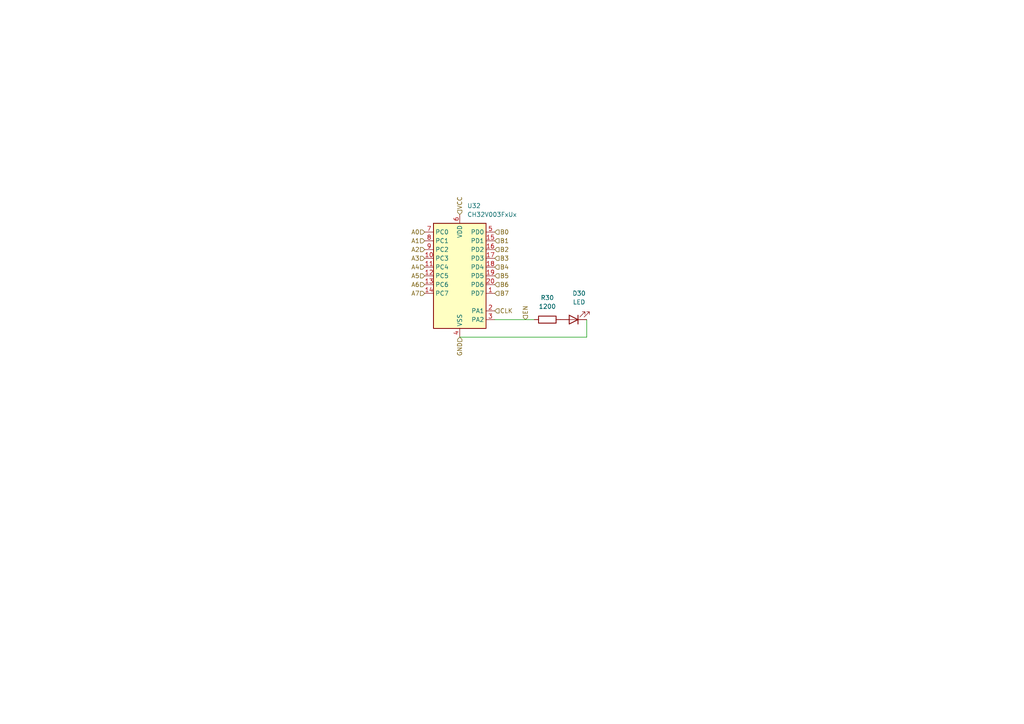
<source format=kicad_sch>
(kicad_sch
	(version 20250114)
	(generator "eeschema")
	(generator_version "9.0")
	(uuid "44c3ebf8-9d07-45f2-a85d-02ec180ec470")
	(paper "A4")
	(lib_symbols
		(symbol "Device:LED"
			(pin_numbers
				(hide yes)
			)
			(pin_names
				(offset 1.016)
				(hide yes)
			)
			(exclude_from_sim no)
			(in_bom yes)
			(on_board yes)
			(property "Reference" "D"
				(at 0 2.54 0)
				(effects
					(font
						(size 1.27 1.27)
					)
				)
			)
			(property "Value" "LED"
				(at 0 -2.54 0)
				(effects
					(font
						(size 1.27 1.27)
					)
				)
			)
			(property "Footprint" ""
				(at 0 0 0)
				(effects
					(font
						(size 1.27 1.27)
					)
					(hide yes)
				)
			)
			(property "Datasheet" "~"
				(at 0 0 0)
				(effects
					(font
						(size 1.27 1.27)
					)
					(hide yes)
				)
			)
			(property "Description" "Light emitting diode"
				(at 0 0 0)
				(effects
					(font
						(size 1.27 1.27)
					)
					(hide yes)
				)
			)
			(property "Sim.Pins" "1=K 2=A"
				(at 0 0 0)
				(effects
					(font
						(size 1.27 1.27)
					)
					(hide yes)
				)
			)
			(property "ki_keywords" "LED diode"
				(at 0 0 0)
				(effects
					(font
						(size 1.27 1.27)
					)
					(hide yes)
				)
			)
			(property "ki_fp_filters" "LED* LED_SMD:* LED_THT:*"
				(at 0 0 0)
				(effects
					(font
						(size 1.27 1.27)
					)
					(hide yes)
				)
			)
			(symbol "LED_0_1"
				(polyline
					(pts
						(xy -3.048 -0.762) (xy -4.572 -2.286) (xy -3.81 -2.286) (xy -4.572 -2.286) (xy -4.572 -1.524)
					)
					(stroke
						(width 0)
						(type default)
					)
					(fill
						(type none)
					)
				)
				(polyline
					(pts
						(xy -1.778 -0.762) (xy -3.302 -2.286) (xy -2.54 -2.286) (xy -3.302 -2.286) (xy -3.302 -1.524)
					)
					(stroke
						(width 0)
						(type default)
					)
					(fill
						(type none)
					)
				)
				(polyline
					(pts
						(xy -1.27 0) (xy 1.27 0)
					)
					(stroke
						(width 0)
						(type default)
					)
					(fill
						(type none)
					)
				)
				(polyline
					(pts
						(xy -1.27 -1.27) (xy -1.27 1.27)
					)
					(stroke
						(width 0.254)
						(type default)
					)
					(fill
						(type none)
					)
				)
				(polyline
					(pts
						(xy 1.27 -1.27) (xy 1.27 1.27) (xy -1.27 0) (xy 1.27 -1.27)
					)
					(stroke
						(width 0.254)
						(type default)
					)
					(fill
						(type none)
					)
				)
			)
			(symbol "LED_1_1"
				(pin passive line
					(at -3.81 0 0)
					(length 2.54)
					(name "K"
						(effects
							(font
								(size 1.27 1.27)
							)
						)
					)
					(number "1"
						(effects
							(font
								(size 1.27 1.27)
							)
						)
					)
				)
				(pin passive line
					(at 3.81 0 180)
					(length 2.54)
					(name "A"
						(effects
							(font
								(size 1.27 1.27)
							)
						)
					)
					(number "2"
						(effects
							(font
								(size 1.27 1.27)
							)
						)
					)
				)
			)
			(embedded_fonts no)
		)
		(symbol "Device:R"
			(pin_numbers
				(hide yes)
			)
			(pin_names
				(offset 0)
			)
			(exclude_from_sim no)
			(in_bom yes)
			(on_board yes)
			(property "Reference" "R"
				(at 2.032 0 90)
				(effects
					(font
						(size 1.27 1.27)
					)
				)
			)
			(property "Value" "R"
				(at 0 0 90)
				(effects
					(font
						(size 1.27 1.27)
					)
				)
			)
			(property "Footprint" ""
				(at -1.778 0 90)
				(effects
					(font
						(size 1.27 1.27)
					)
					(hide yes)
				)
			)
			(property "Datasheet" "~"
				(at 0 0 0)
				(effects
					(font
						(size 1.27 1.27)
					)
					(hide yes)
				)
			)
			(property "Description" "Resistor"
				(at 0 0 0)
				(effects
					(font
						(size 1.27 1.27)
					)
					(hide yes)
				)
			)
			(property "ki_keywords" "R res resistor"
				(at 0 0 0)
				(effects
					(font
						(size 1.27 1.27)
					)
					(hide yes)
				)
			)
			(property "ki_fp_filters" "R_*"
				(at 0 0 0)
				(effects
					(font
						(size 1.27 1.27)
					)
					(hide yes)
				)
			)
			(symbol "R_0_1"
				(rectangle
					(start -1.016 -2.54)
					(end 1.016 2.54)
					(stroke
						(width 0.254)
						(type default)
					)
					(fill
						(type none)
					)
				)
			)
			(symbol "R_1_1"
				(pin passive line
					(at 0 3.81 270)
					(length 1.27)
					(name "~"
						(effects
							(font
								(size 1.27 1.27)
							)
						)
					)
					(number "1"
						(effects
							(font
								(size 1.27 1.27)
							)
						)
					)
				)
				(pin passive line
					(at 0 -3.81 90)
					(length 1.27)
					(name "~"
						(effects
							(font
								(size 1.27 1.27)
							)
						)
					)
					(number "2"
						(effects
							(font
								(size 1.27 1.27)
							)
						)
					)
				)
			)
			(embedded_fonts no)
		)
		(symbol "MCU_WCH_CH32V0:CH32V003FxUx"
			(exclude_from_sim no)
			(in_bom yes)
			(on_board yes)
			(property "Reference" "U"
				(at -7.62 17.78 0)
				(effects
					(font
						(size 1.27 1.27)
					)
				)
			)
			(property "Value" "CH32V003FxUx"
				(at 7.62 17.78 0)
				(effects
					(font
						(size 1.27 1.27)
					)
				)
			)
			(property "Footprint" "Package_DFN_QFN:QFN-20-1EP_3x3mm_P0.4mm_EP1.65x1.65mm"
				(at -1.27 0 0)
				(effects
					(font
						(size 1.27 1.27)
					)
					(hide yes)
				)
			)
			(property "Datasheet" "https://www.wch-ic.com/products/CH32V003.html"
				(at -1.27 0 0)
				(effects
					(font
						(size 1.27 1.27)
					)
					(hide yes)
				)
			)
			(property "Description" "CH32V003 series are industrial-grade general-purpose microcontrollers designed based on 32-bit RISC-V instruction set and architecture. It adopts QingKe V2A core, RV32EC instruction set, and supports 2 levels of interrupt nesting. The series are mounted with rich peripheral interfaces and function modules. Its internal organizational structure meets the low-cost and low-power embedded application scenarios."
				(at 0 0 0)
				(effects
					(font
						(size 1.27 1.27)
					)
					(hide yes)
				)
			)
			(property "ki_keywords" "microcontroller wch RISC-V"
				(at 0 0 0)
				(effects
					(font
						(size 1.27 1.27)
					)
					(hide yes)
				)
			)
			(property "ki_fp_filters" "QFN*1EP*3x3mm*P0.4mm*EP1.65x1.65mm*"
				(at 0 0 0)
				(effects
					(font
						(size 1.27 1.27)
					)
					(hide yes)
				)
			)
			(symbol "CH32V003FxUx_1_1"
				(rectangle
					(start -7.62 15.24)
					(end 7.62 -15.24)
					(stroke
						(width 0.254)
						(type default)
					)
					(fill
						(type background)
					)
				)
				(pin bidirectional line
					(at -10.16 12.7 0)
					(length 2.54)
					(name "PC0"
						(effects
							(font
								(size 1.27 1.27)
							)
						)
					)
					(number "7"
						(effects
							(font
								(size 1.27 1.27)
							)
						)
					)
					(alternate "NSS_1" bidirectional line)
					(alternate "T1CH3_1" bidirectional line)
					(alternate "T2CH3" bidirectional line)
					(alternate "T2CH3_2" bidirectional line)
					(alternate "UTX_3" bidirectional line)
				)
				(pin bidirectional line
					(at -10.16 10.16 0)
					(length 2.54)
					(name "PC1"
						(effects
							(font
								(size 1.27 1.27)
							)
						)
					)
					(number "8"
						(effects
							(font
								(size 1.27 1.27)
							)
						)
					)
					(alternate "NSS" bidirectional line)
					(alternate "SDA" bidirectional line)
					(alternate "T1BKIN_1" bidirectional line)
					(alternate "T1BKIN_3" bidirectional line)
					(alternate "T2CH1ETR_2" bidirectional line)
					(alternate "T2CH1ETR_3" bidirectional line)
					(alternate "T2CH4_1" bidirectional line)
					(alternate "URX_3" bidirectional line)
				)
				(pin bidirectional line
					(at -10.16 7.62 0)
					(length 2.54)
					(name "PC2"
						(effects
							(font
								(size 1.27 1.27)
							)
						)
					)
					(number "9"
						(effects
							(font
								(size 1.27 1.27)
							)
						)
					)
					(alternate "AETR_1" bidirectional line)
					(alternate "SCL" bidirectional line)
					(alternate "T1BKIN" bidirectional line)
					(alternate "T1BKIN_2" bidirectional line)
					(alternate "T1ETR_3" bidirectional line)
					(alternate "T2CH2_1" bidirectional line)
					(alternate "URTS" bidirectional line)
					(alternate "URTS_1" bidirectional line)
				)
				(pin bidirectional line
					(at -10.16 5.08 0)
					(length 2.54)
					(name "PC3"
						(effects
							(font
								(size 1.27 1.27)
							)
						)
					)
					(number "10"
						(effects
							(font
								(size 1.27 1.27)
							)
						)
					)
					(alternate "T1CH1N_1" bidirectional line)
					(alternate "T1CH1N_3" bidirectional line)
					(alternate "T1CH3" bidirectional line)
					(alternate "T1CH3_2" bidirectional line)
					(alternate "UCTS_1" bidirectional line)
				)
				(pin bidirectional line
					(at -10.16 2.54 0)
					(length 2.54)
					(name "PC4"
						(effects
							(font
								(size 1.27 1.27)
							)
						)
					)
					(number "11"
						(effects
							(font
								(size 1.27 1.27)
							)
						)
					)
					(alternate "A2" bidirectional line)
					(alternate "MCO" bidirectional line)
					(alternate "T1CH1_3" bidirectional line)
					(alternate "T1CH2N_1" bidirectional line)
					(alternate "T1CH4" bidirectional line)
					(alternate "T1CH4_2" bidirectional line)
				)
				(pin bidirectional line
					(at -10.16 0 0)
					(length 2.54)
					(name "PC5"
						(effects
							(font
								(size 1.27 1.27)
							)
						)
					)
					(number "12"
						(effects
							(font
								(size 1.27 1.27)
							)
						)
					)
					(alternate "SCK" bidirectional line)
					(alternate "SCK_1" bidirectional line)
					(alternate "SCL_2" bidirectional line)
					(alternate "SCL_3" bidirectional line)
					(alternate "T1CH3_3" bidirectional line)
					(alternate "T1ETR" bidirectional line)
					(alternate "T1ETR_1" bidirectional line)
					(alternate "T2CH1ETR_1" bidirectional line)
					(alternate "UCK_3" bidirectional line)
				)
				(pin bidirectional line
					(at -10.16 -2.54 0)
					(length 2.54)
					(name "PC6"
						(effects
							(font
								(size 1.27 1.27)
							)
						)
					)
					(number "13"
						(effects
							(font
								(size 1.27 1.27)
							)
						)
					)
					(alternate "MOSI" bidirectional line)
					(alternate "MOSI_1" bidirectional line)
					(alternate "SDA_2" bidirectional line)
					(alternate "SDA_3" bidirectional line)
					(alternate "T1CH1_1" bidirectional line)
					(alternate "T1CH3N_3" bidirectional line)
					(alternate "UCTS_2" bidirectional line)
					(alternate "UCTS_3" bidirectional line)
				)
				(pin bidirectional line
					(at -10.16 -5.08 0)
					(length 2.54)
					(name "PC7"
						(effects
							(font
								(size 1.27 1.27)
							)
						)
					)
					(number "14"
						(effects
							(font
								(size 1.27 1.27)
							)
						)
					)
					(alternate "MISO" bidirectional line)
					(alternate "MISO_1" bidirectional line)
					(alternate "T1CH2_1" bidirectional line)
					(alternate "T1CH2_3" bidirectional line)
					(alternate "T2CH2_3" bidirectional line)
					(alternate "URTS_2" bidirectional line)
					(alternate "URTS_3" bidirectional line)
				)
				(pin power_in line
					(at 0 17.78 270)
					(length 2.54)
					(name "VDD"
						(effects
							(font
								(size 1.27 1.27)
							)
						)
					)
					(number "6"
						(effects
							(font
								(size 1.27 1.27)
							)
						)
					)
				)
				(pin passive line
					(at 0 -17.78 90)
					(length 2.54)
					(hide yes)
					(name "VSS"
						(effects
							(font
								(size 1.27 1.27)
							)
						)
					)
					(number "21"
						(effects
							(font
								(size 1.27 1.27)
							)
						)
					)
				)
				(pin power_in line
					(at 0 -17.78 90)
					(length 2.54)
					(name "VSS"
						(effects
							(font
								(size 1.27 1.27)
							)
						)
					)
					(number "4"
						(effects
							(font
								(size 1.27 1.27)
							)
						)
					)
				)
				(pin bidirectional line
					(at 10.16 12.7 180)
					(length 2.54)
					(name "PD0"
						(effects
							(font
								(size 1.27 1.27)
							)
						)
					)
					(number "5"
						(effects
							(font
								(size 1.27 1.27)
							)
						)
					)
					(alternate "OPN1" bidirectional line)
					(alternate "SDA_1" bidirectional line)
					(alternate "TICH1N" bidirectional line)
					(alternate "TICH1N_2" bidirectional line)
					(alternate "UTX_1" bidirectional line)
				)
				(pin bidirectional line
					(at 10.16 10.16 180)
					(length 2.54)
					(name "PD1"
						(effects
							(font
								(size 1.27 1.27)
							)
						)
					)
					(number "15"
						(effects
							(font
								(size 1.27 1.27)
							)
						)
					)
					(alternate "AETR2" bidirectional line)
					(alternate "SCL_1" bidirectional line)
					(alternate "SWIO" bidirectional line)
					(alternate "T1CH3N" bidirectional line)
					(alternate "T1CH3N_1" bidirectional line)
					(alternate "T1CH3N_2" bidirectional line)
					(alternate "URX_1" bidirectional line)
				)
				(pin bidirectional line
					(at 10.16 7.62 180)
					(length 2.54)
					(name "PD2"
						(effects
							(font
								(size 1.27 1.27)
							)
						)
					)
					(number "16"
						(effects
							(font
								(size 1.27 1.27)
							)
						)
					)
					(alternate "A3" bidirectional line)
					(alternate "T1CH1" bidirectional line)
					(alternate "T1CH1_2" bidirectional line)
					(alternate "T1CH2N_3" bidirectional line)
					(alternate "T2CH3_1" bidirectional line)
				)
				(pin bidirectional line
					(at 10.16 5.08 180)
					(length 2.54)
					(name "PD3"
						(effects
							(font
								(size 1.27 1.27)
							)
						)
					)
					(number "17"
						(effects
							(font
								(size 1.27 1.27)
							)
						)
					)
					(alternate "A4" bidirectional line)
					(alternate "AETR" bidirectional line)
					(alternate "T1CH4_1" bidirectional line)
					(alternate "T2CH2" bidirectional line)
					(alternate "T2CH2_2" bidirectional line)
					(alternate "UCTS" bidirectional line)
				)
				(pin bidirectional line
					(at 10.16 2.54 180)
					(length 2.54)
					(name "PD4"
						(effects
							(font
								(size 1.27 1.27)
							)
						)
					)
					(number "18"
						(effects
							(font
								(size 1.27 1.27)
							)
						)
					)
					(alternate "A7" bidirectional line)
					(alternate "OPO" bidirectional line)
					(alternate "T1CH4_3" bidirectional line)
					(alternate "T2CH1ETR" bidirectional line)
					(alternate "TIETR_2" bidirectional line)
					(alternate "UCK" bidirectional line)
				)
				(pin bidirectional line
					(at 10.16 0 180)
					(length 2.54)
					(name "PD5"
						(effects
							(font
								(size 1.27 1.27)
							)
						)
					)
					(number "19"
						(effects
							(font
								(size 1.27 1.27)
							)
						)
					)
					(alternate "A5" bidirectional line)
					(alternate "T2CH4_3" bidirectional line)
					(alternate "URX_2" bidirectional line)
					(alternate "UTX" bidirectional line)
				)
				(pin bidirectional line
					(at 10.16 -2.54 180)
					(length 2.54)
					(name "PD6"
						(effects
							(font
								(size 1.27 1.27)
							)
						)
					)
					(number "20"
						(effects
							(font
								(size 1.27 1.27)
							)
						)
					)
					(alternate "A6" bidirectional line)
					(alternate "T2CH3_3" bidirectional line)
					(alternate "URX" bidirectional line)
					(alternate "UTX_2" bidirectional line)
				)
				(pin bidirectional line
					(at 10.16 -5.08 180)
					(length 2.54)
					(name "PD7"
						(effects
							(font
								(size 1.27 1.27)
							)
						)
					)
					(number "1"
						(effects
							(font
								(size 1.27 1.27)
							)
						)
					)
					(alternate "NRST" bidirectional line)
					(alternate "OPP1" bidirectional line)
					(alternate "T2CH4" bidirectional line)
					(alternate "T2CH4_2" bidirectional line)
					(alternate "UCK_1" bidirectional line)
					(alternate "UCK_2" bidirectional line)
				)
				(pin bidirectional line
					(at 10.16 -10.16 180)
					(length 2.54)
					(name "PA1"
						(effects
							(font
								(size 1.27 1.27)
							)
						)
					)
					(number "2"
						(effects
							(font
								(size 1.27 1.27)
							)
						)
					)
					(alternate "A1" bidirectional line)
					(alternate "OPN0" bidirectional line)
					(alternate "OSCI" bidirectional line)
					(alternate "T1CH2" bidirectional line)
					(alternate "T1CH2_2" bidirectional line)
				)
				(pin bidirectional line
					(at 10.16 -12.7 180)
					(length 2.54)
					(name "PA2"
						(effects
							(font
								(size 1.27 1.27)
							)
						)
					)
					(number "3"
						(effects
							(font
								(size 1.27 1.27)
							)
						)
					)
					(alternate "A0" bidirectional line)
					(alternate "AETR2_1" bidirectional line)
					(alternate "OPP0" bidirectional line)
					(alternate "OSCO" bidirectional line)
					(alternate "TICH2N" bidirectional line)
					(alternate "TICH2N_2" bidirectional line)
				)
			)
			(embedded_fonts no)
		)
	)
	(wire
		(pts
			(xy 170.18 92.71) (xy 170.18 97.79)
		)
		(stroke
			(width 0)
			(type default)
		)
		(uuid "b471ebaf-669b-4737-b8f2-e7c360953929")
	)
	(wire
		(pts
			(xy 143.51 92.71) (xy 154.94 92.71)
		)
		(stroke
			(width 0)
			(type default)
		)
		(uuid "ce27333b-ed6b-4b38-9810-3af1b963e5e3")
	)
	(wire
		(pts
			(xy 170.18 97.79) (xy 133.35 97.79)
		)
		(stroke
			(width 0)
			(type default)
		)
		(uuid "dfde3402-f521-4dac-9ba1-d18f7fa566b5")
	)
	(hierarchical_label "B6"
		(shape input)
		(at 143.51 82.55 0)
		(effects
			(font
				(size 1.27 1.27)
			)
			(justify left)
		)
		(uuid "01914ecc-e766-4f80-94a7-0d8c95ab4af3")
	)
	(hierarchical_label "EN"
		(shape input)
		(at 152.4 92.71 90)
		(effects
			(font
				(size 1.27 1.27)
			)
			(justify left)
		)
		(uuid "1464c562-17a1-4ce3-bd96-fd6c096f9271")
	)
	(hierarchical_label "B4"
		(shape input)
		(at 143.51 77.47 0)
		(effects
			(font
				(size 1.27 1.27)
			)
			(justify left)
		)
		(uuid "14e9f072-215b-4e3b-9a36-2226e28f0f25")
	)
	(hierarchical_label "VCC"
		(shape input)
		(at 133.35 62.23 90)
		(effects
			(font
				(size 1.27 1.27)
			)
			(justify left)
		)
		(uuid "18d48d7d-a61f-4fe5-9be9-e81231930f1c")
	)
	(hierarchical_label "A2"
		(shape input)
		(at 123.19 72.39 180)
		(effects
			(font
				(size 1.27 1.27)
			)
			(justify right)
		)
		(uuid "1fa5e400-5036-4b96-b19e-b9c7ebb42f4c")
	)
	(hierarchical_label "B7"
		(shape input)
		(at 143.51 85.09 0)
		(effects
			(font
				(size 1.27 1.27)
			)
			(justify left)
		)
		(uuid "221e73f0-59b2-45fd-a03e-76c82faab6be")
	)
	(hierarchical_label "A0"
		(shape input)
		(at 123.19 67.31 180)
		(effects
			(font
				(size 1.27 1.27)
			)
			(justify right)
		)
		(uuid "30ed4b78-20ac-45a8-bf16-73a1cdb61d2a")
	)
	(hierarchical_label "A7"
		(shape input)
		(at 123.19 85.09 180)
		(effects
			(font
				(size 1.27 1.27)
			)
			(justify right)
		)
		(uuid "4d118416-1d0f-46ac-bef0-e64f85886a07")
	)
	(hierarchical_label "B3"
		(shape input)
		(at 143.51 74.93 0)
		(effects
			(font
				(size 1.27 1.27)
			)
			(justify left)
		)
		(uuid "5c7d9db6-7b3e-4943-a3a2-e2da32223b3d")
	)
	(hierarchical_label "B2"
		(shape input)
		(at 143.51 72.39 0)
		(effects
			(font
				(size 1.27 1.27)
			)
			(justify left)
		)
		(uuid "62bec5bf-3355-4125-96cb-807fbe281403")
	)
	(hierarchical_label "B5"
		(shape input)
		(at 143.51 80.01 0)
		(effects
			(font
				(size 1.27 1.27)
			)
			(justify left)
		)
		(uuid "71e093ef-34af-439b-b617-8344cbd265a0")
	)
	(hierarchical_label "B1"
		(shape input)
		(at 143.51 69.85 0)
		(effects
			(font
				(size 1.27 1.27)
			)
			(justify left)
		)
		(uuid "9828202c-1bcb-4c9b-8c6d-cf653b5c4132")
	)
	(hierarchical_label "GND"
		(shape input)
		(at 133.35 97.79 270)
		(effects
			(font
				(size 1.27 1.27)
			)
			(justify right)
		)
		(uuid "a01963b2-069b-4181-8b73-8887e03fa324")
	)
	(hierarchical_label "B0"
		(shape input)
		(at 143.51 67.31 0)
		(effects
			(font
				(size 1.27 1.27)
			)
			(justify left)
		)
		(uuid "a25e9576-55c2-4ea9-8a99-be11da3cb4af")
	)
	(hierarchical_label "CLK"
		(shape input)
		(at 143.51 90.17 0)
		(effects
			(font
				(size 1.27 1.27)
			)
			(justify left)
		)
		(uuid "bf1fda98-a42b-4616-8f60-114a94b247f1")
	)
	(hierarchical_label "A6"
		(shape input)
		(at 123.19 82.55 180)
		(effects
			(font
				(size 1.27 1.27)
			)
			(justify right)
		)
		(uuid "c9751d15-ffe1-475b-be11-3826b4a2e8a5")
	)
	(hierarchical_label "A5"
		(shape input)
		(at 123.19 80.01 180)
		(effects
			(font
				(size 1.27 1.27)
			)
			(justify right)
		)
		(uuid "e91840ed-1f74-4938-b0a8-12d2245ea602")
	)
	(hierarchical_label "A1"
		(shape input)
		(at 123.19 69.85 180)
		(effects
			(font
				(size 1.27 1.27)
			)
			(justify right)
		)
		(uuid "eb917acc-e721-4acb-9705-09566cd98464")
	)
	(hierarchical_label "A4"
		(shape input)
		(at 123.19 77.47 180)
		(effects
			(font
				(size 1.27 1.27)
			)
			(justify right)
		)
		(uuid "f052b886-82b0-4607-8a1c-ff96dc10328e")
	)
	(hierarchical_label "A3"
		(shape input)
		(at 123.19 74.93 180)
		(effects
			(font
				(size 1.27 1.27)
			)
			(justify right)
		)
		(uuid "f184a26e-fe40-4549-8ab3-8435782c109b")
	)
	(symbol
		(lib_id "Device:LED")
		(at 166.37 92.71 180)
		(unit 1)
		(exclude_from_sim no)
		(in_bom yes)
		(on_board yes)
		(dnp no)
		(fields_autoplaced yes)
		(uuid "55b33a35-c57d-4ca9-8784-1063935187cb")
		(property "Reference" "D"
			(at 167.9575 85.09 0)
			(effects
				(font
					(size 1.27 1.27)
				)
			)
		)
		(property "Value" "LED"
			(at 167.9575 87.63 0)
			(effects
				(font
					(size 1.27 1.27)
				)
			)
		)
		(property "Footprint" ""
			(at 166.37 92.71 0)
			(effects
				(font
					(size 1.27 1.27)
				)
				(hide yes)
			)
		)
		(property "Datasheet" "~"
			(at 166.37 92.71 0)
			(effects
				(font
					(size 1.27 1.27)
				)
				(hide yes)
			)
		)
		(property "Description" "Light emitting diode"
			(at 166.37 92.71 0)
			(effects
				(font
					(size 1.27 1.27)
				)
				(hide yes)
			)
		)
		(property "Sim.Pins" "1=K 2=A"
			(at 166.37 92.71 0)
			(effects
				(font
					(size 1.27 1.27)
				)
				(hide yes)
			)
		)
		(pin "1"
			(uuid "628cf3c3-b693-4c38-ad77-ef6333be6176")
		)
		(pin "2"
			(uuid "2b945c6f-40c7-4f87-bcad-b6759b7b1e42")
		)
		(instances
			(project "clustercard"
				(path "/5bc96090-3698-476b-b605-12718a715360/032262c4-af06-420c-a6fb-ffee2e5dfed0"
					(reference "D30")
					(unit 1)
				)
				(path "/5bc96090-3698-476b-b605-12718a715360/07f0a64e-d125-46cb-822a-067e5bd13a8c"
					(reference "D7")
					(unit 1)
				)
				(path "/5bc96090-3698-476b-b605-12718a715360/0fb82487-57f0-497b-baa0-e28181eb93c3"
					(reference "D21")
					(unit 1)
				)
				(path "/5bc96090-3698-476b-b605-12718a715360/11808543-bbc8-4245-945b-106c301d8b21"
					(reference "D22")
					(unit 1)
				)
				(path "/5bc96090-3698-476b-b605-12718a715360/1c85dec7-fc63-40c8-b360-c0af4ee1c83f"
					(reference "D10")
					(unit 1)
				)
				(path "/5bc96090-3698-476b-b605-12718a715360/2c04d3d9-7b13-49dc-8662-1dfbbc2a5084"
					(reference "D16")
					(unit 1)
				)
				(path "/5bc96090-3698-476b-b605-12718a715360/343111a3-8a85-4e0e-a0b6-7694bb7d6c55"
					(reference "D31")
					(unit 1)
				)
				(path "/5bc96090-3698-476b-b605-12718a715360/34c64c0c-bb9b-4712-8020-a14b988f5b1b"
					(reference "D13")
					(unit 1)
				)
				(path "/5bc96090-3698-476b-b605-12718a715360/402acc45-aff9-403f-83e2-c206969e13b1"
					(reference "D2")
					(unit 1)
				)
				(path "/5bc96090-3698-476b-b605-12718a715360/46dd5d30-d070-4923-865d-079b1e0a9e30"
					(reference "D11")
					(unit 1)
				)
				(path "/5bc96090-3698-476b-b605-12718a715360/4b7467b6-27d4-480f-8f62-b1cd64ad6a4b"
					(reference "D14")
					(unit 1)
				)
				(path "/5bc96090-3698-476b-b605-12718a715360/4c858b92-7d17-40e7-bc59-63d31caa6183"
					(reference "D24")
					(unit 1)
				)
				(path "/5bc96090-3698-476b-b605-12718a715360/5b1578cb-fd74-4087-b6a8-e8ffa2818a2d"
					(reference "D17")
					(unit 1)
				)
				(path "/5bc96090-3698-476b-b605-12718a715360/5bb54b12-e26f-4ecb-9ec1-f9fb23fb9791"
					(reference "D15")
					(unit 1)
				)
				(path "/5bc96090-3698-476b-b605-12718a715360/6f136466-daa9-41bc-b40e-f9e76cc3109f"
					(reference "D32")
					(unit 1)
				)
				(path "/5bc96090-3698-476b-b605-12718a715360/8d0406e3-45ad-4e16-a2ff-47a6a31c3ab9"
					(reference "D8")
					(unit 1)
				)
				(path "/5bc96090-3698-476b-b605-12718a715360/9c2342b2-95b9-4bcb-a6fd-19b2b4d5805c"
					(reference "D12")
					(unit 1)
				)
				(path "/5bc96090-3698-476b-b605-12718a715360/aee3c8ff-e985-4d83-99a7-19a0c28f8976"
					(reference "D27")
					(unit 1)
				)
				(path "/5bc96090-3698-476b-b605-12718a715360/af1e80de-0146-4181-996d-8c377c44ffb6"
					(reference "D6")
					(unit 1)
				)
				(path "/5bc96090-3698-476b-b605-12718a715360/af224df0-2c36-4e25-abcc-5a4ada37fdae"
					(reference "D26")
					(unit 1)
				)
				(path "/5bc96090-3698-476b-b605-12718a715360/b6291b90-6303-4d32-aecd-6cc59b360a21"
					(reference "D20")
					(unit 1)
				)
				(path "/5bc96090-3698-476b-b605-12718a715360/ba8195b1-1d21-468c-81f9-01f5f77a54dd"
					(reference "D19")
					(unit 1)
				)
				(path "/5bc96090-3698-476b-b605-12718a715360/bde9860c-c241-47cd-a3d8-2c5b9f7a7f5d"
					(reference "D29")
					(unit 1)
				)
				(path "/5bc96090-3698-476b-b605-12718a715360/c5e516c6-f266-49fe-875b-428ec7e7904d"
					(reference "D4")
					(unit 1)
				)
				(path "/5bc96090-3698-476b-b605-12718a715360/cdb7fe99-fd2e-4791-a7f1-e3827e781fb5"
					(reference "D23")
					(unit 1)
				)
				(path "/5bc96090-3698-476b-b605-12718a715360/d2ad61d0-1320-4da4-bde0-4356c7c1990c"
					(reference "D25")
					(unit 1)
				)
				(path "/5bc96090-3698-476b-b605-12718a715360/dc1319f4-9e62-4d95-aba4-21894e5e576c"
					(reference "D9")
					(unit 1)
				)
				(path "/5bc96090-3698-476b-b605-12718a715360/efa1c934-d44f-4aaf-84fa-76561164f03c"
					(reference "D3")
					(unit 1)
				)
				(path "/5bc96090-3698-476b-b605-12718a715360/f2f0a911-5a3d-40a4-93ff-9d75ead28972"
					(reference "D5")
					(unit 1)
				)
				(path "/5bc96090-3698-476b-b605-12718a715360/fca6b1b8-93f4-4d5a-8d3e-74e448ab285f"
					(reference "D28")
					(unit 1)
				)
				(path "/5bc96090-3698-476b-b605-12718a715360/fd48f3e0-cbf6-44be-b4f6-e3bedeaef054"
					(reference "D18")
					(unit 1)
				)
			)
		)
	)
	(symbol
		(lib_id "MCU_WCH_CH32V0:CH32V003FxUx")
		(at 133.35 80.01 0)
		(unit 1)
		(exclude_from_sim no)
		(in_bom yes)
		(on_board yes)
		(dnp no)
		(fields_autoplaced yes)
		(uuid "951ad6db-faf4-4567-8e9d-c0c571863ad6")
		(property "Reference" "U"
			(at 135.4933 59.69 0)
			(effects
				(font
					(size 1.27 1.27)
				)
				(justify left)
			)
		)
		(property "Value" "CH32V003FxUx"
			(at 135.4933 62.23 0)
			(effects
				(font
					(size 1.27 1.27)
				)
				(justify left)
			)
		)
		(property "Footprint" "Package_DFN_QFN:QFN-20-1EP_3x3mm_P0.4mm_EP1.65x1.65mm"
			(at 132.08 80.01 0)
			(effects
				(font
					(size 1.27 1.27)
				)
				(hide yes)
			)
		)
		(property "Datasheet" "https://www.wch-ic.com/products/CH32V003.html"
			(at 132.08 80.01 0)
			(effects
				(font
					(size 1.27 1.27)
				)
				(hide yes)
			)
		)
		(property "Description" "CH32V003 series are industrial-grade general-purpose microcontrollers designed based on 32-bit RISC-V instruction set and architecture. It adopts QingKe V2A core, RV32EC instruction set, and supports 2 levels of interrupt nesting. The series are mounted with rich peripheral interfaces and function modules. Its internal organizational structure meets the low-cost and low-power embedded application scenarios."
			(at 133.35 80.01 0)
			(effects
				(font
					(size 1.27 1.27)
				)
				(hide yes)
			)
		)
		(pin "16"
			(uuid "e6cdf179-707a-4ec9-a2a0-2d4c3ddacfd0")
		)
		(pin "4"
			(uuid "43e7c49d-9bb3-43d9-b59d-7be394219697")
		)
		(pin "13"
			(uuid "88853e14-dede-45e7-ad07-bbb2da686153")
		)
		(pin "6"
			(uuid "1582bbe3-5bf5-43eb-bb7c-a8ba1b84f1f3")
		)
		(pin "18"
			(uuid "6c87a073-98b7-4721-adf5-421efd2c92f4")
		)
		(pin "2"
			(uuid "7a9e8b7b-c82e-471e-bcac-f7354c4a6aa9")
		)
		(pin "7"
			(uuid "b9764b8c-9a15-43aa-9dfc-fba1e178695a")
		)
		(pin "8"
			(uuid "7dcb93dc-fa44-41cb-9f84-cdd5dba2bf2f")
		)
		(pin "9"
			(uuid "8433d27c-78d3-4328-b122-4eb105e00fdb")
		)
		(pin "21"
			(uuid "859e400d-266c-48fb-836e-df3a89d3c207")
		)
		(pin "5"
			(uuid "23cbf508-1b8d-4ea1-ab0c-49bb56853478")
		)
		(pin "1"
			(uuid "fc450b3c-b09e-477f-b466-1ccc1ba0a800")
		)
		(pin "3"
			(uuid "d6b42811-2e48-4581-a901-2e6e1c277dd9")
		)
		(pin "12"
			(uuid "85f54134-1aea-450c-af7f-51c8e0f99e11")
		)
		(pin "19"
			(uuid "5ceb7e67-f639-43b9-ac93-c21fb0221722")
		)
		(pin "10"
			(uuid "8f2f2ca9-7900-461e-b595-83303273f5c1")
		)
		(pin "20"
			(uuid "a2306124-08dc-4cee-99ee-140d92a4407a")
		)
		(pin "14"
			(uuid "40d338d7-27a4-41db-ae6b-ae96fd8b34de")
		)
		(pin "15"
			(uuid "0eea6022-7322-424f-841c-f6c1783738f4")
		)
		(pin "11"
			(uuid "519115f1-ed0e-4b9d-8c8f-9862e71f4ce3")
		)
		(pin "17"
			(uuid "10def308-9888-4d44-bac9-60d1ddac90cf")
		)
		(instances
			(project "clustercard"
				(path "/5bc96090-3698-476b-b605-12718a715360/032262c4-af06-420c-a6fb-ffee2e5dfed0"
					(reference "U32")
					(unit 1)
				)
				(path "/5bc96090-3698-476b-b605-12718a715360/07f0a64e-d125-46cb-822a-067e5bd13a8c"
					(reference "U9")
					(unit 1)
				)
				(path "/5bc96090-3698-476b-b605-12718a715360/0fb82487-57f0-497b-baa0-e28181eb93c3"
					(reference "U23")
					(unit 1)
				)
				(path "/5bc96090-3698-476b-b605-12718a715360/11808543-bbc8-4245-945b-106c301d8b21"
					(reference "U24")
					(unit 1)
				)
				(path "/5bc96090-3698-476b-b605-12718a715360/1c85dec7-fc63-40c8-b360-c0af4ee1c83f"
					(reference "U12")
					(unit 1)
				)
				(path "/5bc96090-3698-476b-b605-12718a715360/2c04d3d9-7b13-49dc-8662-1dfbbc2a5084"
					(reference "U18")
					(unit 1)
				)
				(path "/5bc96090-3698-476b-b605-12718a715360/343111a3-8a85-4e0e-a0b6-7694bb7d6c55"
					(reference "U33")
					(unit 1)
				)
				(path "/5bc96090-3698-476b-b605-12718a715360/34c64c0c-bb9b-4712-8020-a14b988f5b1b"
					(reference "U15")
					(unit 1)
				)
				(path "/5bc96090-3698-476b-b605-12718a715360/402acc45-aff9-403f-83e2-c206969e13b1"
					(reference "U4")
					(unit 1)
				)
				(path "/5bc96090-3698-476b-b605-12718a715360/46dd5d30-d070-4923-865d-079b1e0a9e30"
					(reference "U13")
					(unit 1)
				)
				(path "/5bc96090-3698-476b-b605-12718a715360/4b7467b6-27d4-480f-8f62-b1cd64ad6a4b"
					(reference "U16")
					(unit 1)
				)
				(path "/5bc96090-3698-476b-b605-12718a715360/4c858b92-7d17-40e7-bc59-63d31caa6183"
					(reference "U26")
					(unit 1)
				)
				(path "/5bc96090-3698-476b-b605-12718a715360/5b1578cb-fd74-4087-b6a8-e8ffa2818a2d"
					(reference "U19")
					(unit 1)
				)
				(path "/5bc96090-3698-476b-b605-12718a715360/5bb54b12-e26f-4ecb-9ec1-f9fb23fb9791"
					(reference "U17")
					(unit 1)
				)
				(path "/5bc96090-3698-476b-b605-12718a715360/6f136466-daa9-41bc-b40e-f9e76cc3109f"
					(reference "U34")
					(unit 1)
				)
				(path "/5bc96090-3698-476b-b605-12718a715360/8d0406e3-45ad-4e16-a2ff-47a6a31c3ab9"
					(reference "U10")
					(unit 1)
				)
				(path "/5bc96090-3698-476b-b605-12718a715360/9c2342b2-95b9-4bcb-a6fd-19b2b4d5805c"
					(reference "U14")
					(unit 1)
				)
				(path "/5bc96090-3698-476b-b605-12718a715360/aee3c8ff-e985-4d83-99a7-19a0c28f8976"
					(reference "U29")
					(unit 1)
				)
				(path "/5bc96090-3698-476b-b605-12718a715360/af1e80de-0146-4181-996d-8c377c44ffb6"
					(reference "U8")
					(unit 1)
				)
				(path "/5bc96090-3698-476b-b605-12718a715360/af224df0-2c36-4e25-abcc-5a4ada37fdae"
					(reference "U28")
					(unit 1)
				)
				(path "/5bc96090-3698-476b-b605-12718a715360/b6291b90-6303-4d32-aecd-6cc59b360a21"
					(reference "U22")
					(unit 1)
				)
				(path "/5bc96090-3698-476b-b605-12718a715360/ba8195b1-1d21-468c-81f9-01f5f77a54dd"
					(reference "U21")
					(unit 1)
				)
				(path "/5bc96090-3698-476b-b605-12718a715360/bde9860c-c241-47cd-a3d8-2c5b9f7a7f5d"
					(reference "U31")
					(unit 1)
				)
				(path "/5bc96090-3698-476b-b605-12718a715360/c5e516c6-f266-49fe-875b-428ec7e7904d"
					(reference "U6")
					(unit 1)
				)
				(path "/5bc96090-3698-476b-b605-12718a715360/cdb7fe99-fd2e-4791-a7f1-e3827e781fb5"
					(reference "U25")
					(unit 1)
				)
				(path "/5bc96090-3698-476b-b605-12718a715360/d2ad61d0-1320-4da4-bde0-4356c7c1990c"
					(reference "U27")
					(unit 1)
				)
				(path "/5bc96090-3698-476b-b605-12718a715360/dc1319f4-9e62-4d95-aba4-21894e5e576c"
					(reference "U11")
					(unit 1)
				)
				(path "/5bc96090-3698-476b-b605-12718a715360/efa1c934-d44f-4aaf-84fa-76561164f03c"
					(reference "U5")
					(unit 1)
				)
				(path "/5bc96090-3698-476b-b605-12718a715360/f2f0a911-5a3d-40a4-93ff-9d75ead28972"
					(reference "U7")
					(unit 1)
				)
				(path "/5bc96090-3698-476b-b605-12718a715360/fca6b1b8-93f4-4d5a-8d3e-74e448ab285f"
					(reference "U30")
					(unit 1)
				)
				(path "/5bc96090-3698-476b-b605-12718a715360/fd48f3e0-cbf6-44be-b4f6-e3bedeaef054"
					(reference "U20")
					(unit 1)
				)
			)
		)
	)
	(symbol
		(lib_id "Device:R")
		(at 158.75 92.71 90)
		(unit 1)
		(exclude_from_sim no)
		(in_bom yes)
		(on_board yes)
		(dnp no)
		(fields_autoplaced yes)
		(uuid "f6043429-c836-43f0-948f-59d1aacc316a")
		(property "Reference" "R"
			(at 158.75 86.36 90)
			(effects
				(font
					(size 1.27 1.27)
				)
			)
		)
		(property "Value" "1200"
			(at 158.75 88.9 90)
			(effects
				(font
					(size 1.27 1.27)
				)
			)
		)
		(property "Footprint" ""
			(at 158.75 94.488 90)
			(effects
				(font
					(size 1.27 1.27)
				)
				(hide yes)
			)
		)
		(property "Datasheet" "~"
			(at 158.75 92.71 0)
			(effects
				(font
					(size 1.27 1.27)
				)
				(hide yes)
			)
		)
		(property "Description" "Resistor"
			(at 158.75 92.71 0)
			(effects
				(font
					(size 1.27 1.27)
				)
				(hide yes)
			)
		)
		(pin "1"
			(uuid "dde7d15d-3d8c-4c83-9652-49fb1c354799")
		)
		(pin "2"
			(uuid "f6462e78-f5dc-46f9-b071-485869e59c8b")
		)
		(instances
			(project "clustercard"
				(path "/5bc96090-3698-476b-b605-12718a715360/032262c4-af06-420c-a6fb-ffee2e5dfed0"
					(reference "R30")
					(unit 1)
				)
				(path "/5bc96090-3698-476b-b605-12718a715360/07f0a64e-d125-46cb-822a-067e5bd13a8c"
					(reference "R7")
					(unit 1)
				)
				(path "/5bc96090-3698-476b-b605-12718a715360/0fb82487-57f0-497b-baa0-e28181eb93c3"
					(reference "R21")
					(unit 1)
				)
				(path "/5bc96090-3698-476b-b605-12718a715360/11808543-bbc8-4245-945b-106c301d8b21"
					(reference "R22")
					(unit 1)
				)
				(path "/5bc96090-3698-476b-b605-12718a715360/1c85dec7-fc63-40c8-b360-c0af4ee1c83f"
					(reference "R10")
					(unit 1)
				)
				(path "/5bc96090-3698-476b-b605-12718a715360/2c04d3d9-7b13-49dc-8662-1dfbbc2a5084"
					(reference "R16")
					(unit 1)
				)
				(path "/5bc96090-3698-476b-b605-12718a715360/343111a3-8a85-4e0e-a0b6-7694bb7d6c55"
					(reference "R31")
					(unit 1)
				)
				(path "/5bc96090-3698-476b-b605-12718a715360/34c64c0c-bb9b-4712-8020-a14b988f5b1b"
					(reference "R13")
					(unit 1)
				)
				(path "/5bc96090-3698-476b-b605-12718a715360/402acc45-aff9-403f-83e2-c206969e13b1"
					(reference "R2")
					(unit 1)
				)
				(path "/5bc96090-3698-476b-b605-12718a715360/46dd5d30-d070-4923-865d-079b1e0a9e30"
					(reference "R11")
					(unit 1)
				)
				(path "/5bc96090-3698-476b-b605-12718a715360/4b7467b6-27d4-480f-8f62-b1cd64ad6a4b"
					(reference "R14")
					(unit 1)
				)
				(path "/5bc96090-3698-476b-b605-12718a715360/4c858b92-7d17-40e7-bc59-63d31caa6183"
					(reference "R24")
					(unit 1)
				)
				(path "/5bc96090-3698-476b-b605-12718a715360/5b1578cb-fd74-4087-b6a8-e8ffa2818a2d"
					(reference "R17")
					(unit 1)
				)
				(path "/5bc96090-3698-476b-b605-12718a715360/5bb54b12-e26f-4ecb-9ec1-f9fb23fb9791"
					(reference "R15")
					(unit 1)
				)
				(path "/5bc96090-3698-476b-b605-12718a715360/6f136466-daa9-41bc-b40e-f9e76cc3109f"
					(reference "R32")
					(unit 1)
				)
				(path "/5bc96090-3698-476b-b605-12718a715360/8d0406e3-45ad-4e16-a2ff-47a6a31c3ab9"
					(reference "R8")
					(unit 1)
				)
				(path "/5bc96090-3698-476b-b605-12718a715360/9c2342b2-95b9-4bcb-a6fd-19b2b4d5805c"
					(reference "R12")
					(unit 1)
				)
				(path "/5bc96090-3698-476b-b605-12718a715360/aee3c8ff-e985-4d83-99a7-19a0c28f8976"
					(reference "R27")
					(unit 1)
				)
				(path "/5bc96090-3698-476b-b605-12718a715360/af1e80de-0146-4181-996d-8c377c44ffb6"
					(reference "R6")
					(unit 1)
				)
				(path "/5bc96090-3698-476b-b605-12718a715360/af224df0-2c36-4e25-abcc-5a4ada37fdae"
					(reference "R26")
					(unit 1)
				)
				(path "/5bc96090-3698-476b-b605-12718a715360/b6291b90-6303-4d32-aecd-6cc59b360a21"
					(reference "R20")
					(unit 1)
				)
				(path "/5bc96090-3698-476b-b605-12718a715360/ba8195b1-1d21-468c-81f9-01f5f77a54dd"
					(reference "R19")
					(unit 1)
				)
				(path "/5bc96090-3698-476b-b605-12718a715360/bde9860c-c241-47cd-a3d8-2c5b9f7a7f5d"
					(reference "R29")
					(unit 1)
				)
				(path "/5bc96090-3698-476b-b605-12718a715360/c5e516c6-f266-49fe-875b-428ec7e7904d"
					(reference "R4")
					(unit 1)
				)
				(path "/5bc96090-3698-476b-b605-12718a715360/cdb7fe99-fd2e-4791-a7f1-e3827e781fb5"
					(reference "R23")
					(unit 1)
				)
				(path "/5bc96090-3698-476b-b605-12718a715360/d2ad61d0-1320-4da4-bde0-4356c7c1990c"
					(reference "R25")
					(unit 1)
				)
				(path "/5bc96090-3698-476b-b605-12718a715360/dc1319f4-9e62-4d95-aba4-21894e5e576c"
					(reference "R9")
					(unit 1)
				)
				(path "/5bc96090-3698-476b-b605-12718a715360/efa1c934-d44f-4aaf-84fa-76561164f03c"
					(reference "R3")
					(unit 1)
				)
				(path "/5bc96090-3698-476b-b605-12718a715360/f2f0a911-5a3d-40a4-93ff-9d75ead28972"
					(reference "R5")
					(unit 1)
				)
				(path "/5bc96090-3698-476b-b605-12718a715360/fca6b1b8-93f4-4d5a-8d3e-74e448ab285f"
					(reference "R28")
					(unit 1)
				)
				(path "/5bc96090-3698-476b-b605-12718a715360/fd48f3e0-cbf6-44be-b4f6-e3bedeaef054"
					(reference "R18")
					(unit 1)
				)
			)
		)
	)
)

</source>
